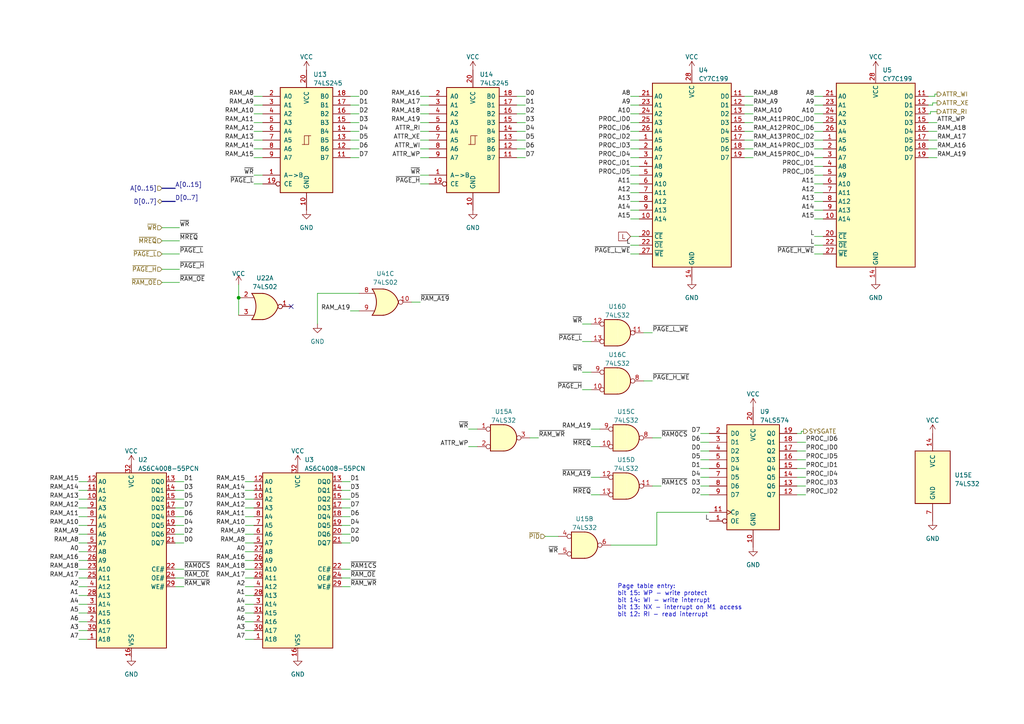
<source format=kicad_sch>
(kicad_sch (version 20230121) (generator eeschema)
  (paper "A4")
  (lib_symbols
    (symbol "74xx:74LS02" (pin_names (offset 1.016))
      (property "Reference" "U" (at 0 1.27 0))
      (property "Value" "74LS02" (at 0 -1.27 0))
      (symbol "74LS02_1_1"
        (arc (start -3.81 -3.81) (mid -2.589 0) (end -3.81 3.81) (stroke (width 0.254)))
        (arc (start -0.6096 -3.81) (mid 2.1842 -2.5851) (end 3.81 0) (stroke (width 0.254)) (fill (type background)))
        (polyline (pts (xy -3.81 -3.81) (xy -0.635 -3.81)) (stroke (width 0.254)) (fill (type background)))
        (polyline (pts (xy -3.81 3.81) (xy -0.635 3.81)) (stroke (width 0.254)) (fill (type background)))
        (polyline (pts (xy -0.635 3.81) (xy -3.81 3.81) (xy -3.81 3.81) (xy -3.556 3.4036) (xy -3.0226 2.2606) (xy -2.6924 1.0414) (xy -2.6162 -0.254) (xy -2.7686 -1.4986) (xy -3.175 -2.7178) (xy -3.81 -3.81) (xy -3.81 -3.81) (xy -0.635 -3.81)) (stroke (width -25.4)) (fill (type background)))
        (arc (start 3.81 0) (mid 2.1915 2.5936) (end -0.6096 3.81) (stroke (width 0.254)) (fill (type background)))
        (pin output inverted (at 7.62 0 180) (length 3.81) (name "~") (number "1"))
        (pin input line (at -7.62 2.54 0) (length 4.318) (name "~") (number "2"))
        (pin input line (at -7.62 -2.54 0) (length 4.318) (name "~") (number "3"))
      )
      (symbol "74LS02_1_2"
        (arc (start 0 -3.81) (mid 3.7934 0) (end 0 3.81) (stroke (width 0.254)) (fill (type background)))
        (polyline (pts (xy 0 3.81) (xy -3.81 3.81) (xy -3.81 -3.81) (xy 0 -3.81)) (stroke (width 0.254)) (fill (type background)))
        (pin output line (at 7.62 0 180) (length 3.81) (name "~") (number "1"))
        (pin input inverted (at -7.62 2.54 0) (length 3.81) (name "~") (number "2"))
        (pin input inverted (at -7.62 -2.54 0) (length 3.81) (name "~") (number "3"))
      )
      (symbol "74LS02_2_1"
        (arc (start -3.81 -3.81) (mid -2.589 0) (end -3.81 3.81) (stroke (width 0.254)))
        (arc (start -0.6096 -3.81) (mid 2.1842 -2.5851) (end 3.81 0) (stroke (width 0.254)) (fill (type background)))
        (polyline (pts (xy -3.81 -3.81) (xy -0.635 -3.81)) (stroke (width 0.254)) (fill (type background)))
        (polyline (pts (xy -3.81 3.81) (xy -0.635 3.81)) (stroke (width 0.254)) (fill (type background)))
        (polyline (pts (xy -0.635 3.81) (xy -3.81 3.81) (xy -3.81 3.81) (xy -3.556 3.4036) (xy -3.0226 2.2606) (xy -2.6924 1.0414) (xy -2.6162 -0.254) (xy -2.7686 -1.4986) (xy -3.175 -2.7178) (xy -3.81 -3.81) (xy -3.81 -3.81) (xy -0.635 -3.81)) (stroke (width -25.4)) (fill (type background)))
        (arc (start 3.81 0) (mid 2.1915 2.5936) (end -0.6096 3.81) (stroke (width 0.254)) (fill (type background)))
        (pin output inverted (at 7.62 0 180) (length 3.81) (name "~") (number "4"))
        (pin input line (at -7.62 2.54 0) (length 4.318) (name "~") (number "5"))
        (pin input line (at -7.62 -2.54 0) (length 4.318) (name "~") (number "6"))
      )
      (symbol "74LS02_2_2"
        (arc (start 0 -3.81) (mid 3.7934 0) (end 0 3.81) (stroke (width 0.254)) (fill (type background)))
        (polyline (pts (xy 0 3.81) (xy -3.81 3.81) (xy -3.81 -3.81) (xy 0 -3.81)) (stroke (width 0.254)) (fill (type background)))
        (pin output line (at 7.62 0 180) (length 3.81) (name "~") (number "4"))
        (pin input inverted (at -7.62 2.54 0) (length 3.81) (name "~") (number "5"))
        (pin input inverted (at -7.62 -2.54 0) (length 3.81) (name "~") (number "6"))
      )
      (symbol "74LS02_3_1"
        (arc (start -3.81 -3.81) (mid -2.589 0) (end -3.81 3.81) (stroke (width 0.254)))
        (arc (start -0.6096 -3.81) (mid 2.1842 -2.5851) (end 3.81 0) (stroke (width 0.254)) (fill (type background)))
        (polyline (pts (xy -3.81 -3.81) (xy -0.635 -3.81)) (stroke (width 0.254)) (fill (type background)))
        (polyline (pts (xy -3.81 3.81) (xy -0.635 3.81)) (stroke (width 0.254)) (fill (type background)))
        (polyline (pts (xy -0.635 3.81) (xy -3.81 3.81) (xy -3.81 3.81) (xy -3.556 3.4036) (xy -3.0226 2.2606) (xy -2.6924 1.0414) (xy -2.6162 -0.254) (xy -2.7686 -1.4986) (xy -3.175 -2.7178) (xy -3.81 -3.81) (xy -3.81 -3.81) (xy -0.635 -3.81)) (stroke (width -25.4)) (fill (type background)))
        (arc (start 3.81 0) (mid 2.1915 2.5936) (end -0.6096 3.81) (stroke (width 0.254)) (fill (type background)))
        (pin output inverted (at 7.62 0 180) (length 3.81) (name "~") (number "10"))
        (pin input line (at -7.62 2.54 0) (length 4.318) (name "~") (number "8"))
        (pin input line (at -7.62 -2.54 0) (length 4.318) (name "~") (number "9"))
      )
      (symbol "74LS02_3_2"
        (arc (start 0 -3.81) (mid 3.7934 0) (end 0 3.81) (stroke (width 0.254)) (fill (type background)))
        (polyline (pts (xy 0 3.81) (xy -3.81 3.81) (xy -3.81 -3.81) (xy 0 -3.81)) (stroke (width 0.254)) (fill (type background)))
        (pin output line (at 7.62 0 180) (length 3.81) (name "~") (number "10"))
        (pin input inverted (at -7.62 2.54 0) (length 3.81) (name "~") (number "8"))
        (pin input inverted (at -7.62 -2.54 0) (length 3.81) (name "~") (number "9"))
      )
      (symbol "74LS02_4_1"
        (arc (start -3.81 -3.81) (mid -2.589 0) (end -3.81 3.81) (stroke (width 0.254)))
        (arc (start -0.6096 -3.81) (mid 2.1842 -2.5851) (end 3.81 0) (stroke (width 0.254)) (fill (type background)))
        (polyline (pts (xy -3.81 -3.81) (xy -0.635 -3.81)) (stroke (width 0.254)) (fill (type background)))
        (polyline (pts (xy -3.81 3.81) (xy -0.635 3.81)) (stroke (width 0.254)) (fill (type background)))
        (polyline (pts (xy -0.635 3.81) (xy -3.81 3.81) (xy -3.81 3.81) (xy -3.556 3.4036) (xy -3.0226 2.2606) (xy -2.6924 1.0414) (xy -2.6162 -0.254) (xy -2.7686 -1.4986) (xy -3.175 -2.7178) (xy -3.81 -3.81) (xy -3.81 -3.81) (xy -0.635 -3.81)) (stroke (width -25.4)) (fill (type background)))
        (arc (start 3.81 0) (mid 2.1915 2.5936) (end -0.6096 3.81) (stroke (width 0.254)) (fill (type background)))
        (pin input line (at -7.62 2.54 0) (length 4.318) (name "~") (number "11"))
        (pin input line (at -7.62 -2.54 0) (length 4.318) (name "~") (number "12"))
        (pin output inverted (at 7.62 0 180) (length 3.81) (name "~") (number "13"))
      )
      (symbol "74LS02_4_2"
        (arc (start 0 -3.81) (mid 3.7934 0) (end 0 3.81) (stroke (width 0.254)) (fill (type background)))
        (polyline (pts (xy 0 3.81) (xy -3.81 3.81) (xy -3.81 -3.81) (xy 0 -3.81)) (stroke (width 0.254)) (fill (type background)))
        (pin input inverted (at -7.62 2.54 0) (length 3.81) (name "~") (number "11"))
        (pin input inverted (at -7.62 -2.54 0) (length 3.81) (name "~") (number "12"))
        (pin output line (at 7.62 0 180) (length 3.81) (name "~") (number "13"))
      )
      (symbol "74LS02_5_0"
        (pin power_in line (at 0 12.7 270) (length 5.08) (name "VCC") (number "14"))
        (pin power_in line (at 0 -12.7 90) (length 5.08) (name "GND") (number "7"))
      )
      (symbol "74LS02_5_1"
        (rectangle (start -5.08 7.62) (end 5.08 -7.62) (stroke (width 0.254)) (fill (type background)))
      )
    )
    (symbol "74xx:74LS245" (pin_names (offset 1.016))
      (property "Reference" "U" (at -7.62 16.51 0))
      (property "Value" "74LS245" (at -7.62 -16.51 0))
      (symbol "74LS245_1_0"
        (polyline (pts (xy -0.635 -1.27) (xy -0.635 1.27) (xy 0.635 1.27)))
        (polyline (pts (xy -1.27 -1.27) (xy 0.635 -1.27) (xy 0.635 1.27) (xy 1.27 1.27)))
        (pin input line (at -12.7 -10.16 0) (length 5.08) (name "A->B") (number "1"))
        (pin power_in line (at 0 -20.32 90) (length 5.08) (name "GND") (number "10"))
        (pin tri_state line (at 12.7 -5.08 180) (length 5.08) (name "B7") (number "11"))
        (pin tri_state line (at 12.7 -2.54 180) (length 5.08) (name "B6") (number "12"))
        (pin tri_state line (at 12.7 0 180) (length 5.08) (name "B5") (number "13"))
        (pin tri_state line (at 12.7 2.54 180) (length 5.08) (name "B4") (number "14"))
        (pin tri_state line (at 12.7 5.08 180) (length 5.08) (name "B3") (number "15"))
        (pin tri_state line (at 12.7 7.62 180) (length 5.08) (name "B2") (number "16"))
        (pin tri_state line (at 12.7 10.16 180) (length 5.08) (name "B1") (number "17"))
        (pin tri_state line (at 12.7 12.7 180) (length 5.08) (name "B0") (number "18"))
        (pin input inverted (at -12.7 -12.7 0) (length 5.08) (name "CE") (number "19"))
        (pin tri_state line (at -12.7 12.7 0) (length 5.08) (name "A0") (number "2"))
        (pin power_in line (at 0 20.32 270) (length 5.08) (name "VCC") (number "20"))
        (pin tri_state line (at -12.7 10.16 0) (length 5.08) (name "A1") (number "3"))
        (pin tri_state line (at -12.7 7.62 0) (length 5.08) (name "A2") (number "4"))
        (pin tri_state line (at -12.7 5.08 0) (length 5.08) (name "A3") (number "5"))
        (pin tri_state line (at -12.7 2.54 0) (length 5.08) (name "A4") (number "6"))
        (pin tri_state line (at -12.7 0 0) (length 5.08) (name "A5") (number "7"))
        (pin tri_state line (at -12.7 -2.54 0) (length 5.08) (name "A6") (number "8"))
        (pin tri_state line (at -12.7 -5.08 0) (length 5.08) (name "A7") (number "9"))
      )
      (symbol "74LS245_1_1"
        (rectangle (start -7.62 15.24) (end 7.62 -15.24) (stroke (width 0.254)) (fill (type background)))
      )
    )
    (symbol "74xx:74LS32" (pin_names (offset 1.016))
      (property "Reference" "U" (at 0 1.27 0))
      (property "Value" "74LS32" (at 0 -1.27 0))
      (symbol "74LS32_1_1"
        (arc (start -3.81 -3.81) (mid -2.589 0) (end -3.81 3.81) (stroke (width 0.254)))
        (arc (start -0.6096 -3.81) (mid 2.1842 -2.5851) (end 3.81 0) (stroke (width 0.254)) (fill (type background)))
        (polyline (pts (xy -3.81 -3.81) (xy -0.635 -3.81)) (stroke (width 0.254)) (fill (type background)))
        (polyline (pts (xy -3.81 3.81) (xy -0.635 3.81)) (stroke (width 0.254)) (fill (type background)))
        (polyline (pts (xy -0.635 3.81) (xy -3.81 3.81) (xy -3.81 3.81) (xy -3.556 3.4036) (xy -3.0226 2.2606) (xy -2.6924 1.0414) (xy -2.6162 -0.254) (xy -2.7686 -1.4986) (xy -3.175 -2.7178) (xy -3.81 -3.81) (xy -3.81 -3.81) (xy -0.635 -3.81)) (stroke (width -25.4)) (fill (type background)))
        (arc (start 3.81 0) (mid 2.1915 2.5936) (end -0.6096 3.81) (stroke (width 0.254)) (fill (type background)))
        (pin input line (at -7.62 2.54 0) (length 4.318) (name "~") (number "1"))
        (pin input line (at -7.62 -2.54 0) (length 4.318) (name "~") (number "2"))
        (pin output line (at 7.62 0 180) (length 3.81) (name "~") (number "3"))
      )
      (symbol "74LS32_1_2"
        (arc (start 0 -3.81) (mid 3.7934 0) (end 0 3.81) (stroke (width 0.254)) (fill (type background)))
        (polyline (pts (xy 0 3.81) (xy -3.81 3.81) (xy -3.81 -3.81) (xy 0 -3.81)) (stroke (width 0.254)) (fill (type background)))
        (pin input inverted (at -7.62 2.54 0) (length 3.81) (name "~") (number "1"))
        (pin input inverted (at -7.62 -2.54 0) (length 3.81) (name "~") (number "2"))
        (pin output inverted (at 7.62 0 180) (length 3.81) (name "~") (number "3"))
      )
      (symbol "74LS32_2_1"
        (arc (start -3.81 -3.81) (mid -2.589 0) (end -3.81 3.81) (stroke (width 0.254)))
        (arc (start -0.6096 -3.81) (mid 2.1842 -2.5851) (end 3.81 0) (stroke (width 0.254)) (fill (type background)))
        (polyline (pts (xy -3.81 -3.81) (xy -0.635 -3.81)) (stroke (width 0.254)) (fill (type background)))
        (polyline (pts (xy -3.81 3.81) (xy -0.635 3.81)) (stroke (width 0.254)) (fill (type background)))
        (polyline (pts (xy -0.635 3.81) (xy -3.81 3.81) (xy -3.81 3.81) (xy -3.556 3.4036) (xy -3.0226 2.2606) (xy -2.6924 1.0414) (xy -2.6162 -0.254) (xy -2.7686 -1.4986) (xy -3.175 -2.7178) (xy -3.81 -3.81) (xy -3.81 -3.81) (xy -0.635 -3.81)) (stroke (width -25.4)) (fill (type background)))
        (arc (start 3.81 0) (mid 2.1915 2.5936) (end -0.6096 3.81) (stroke (width 0.254)) (fill (type background)))
        (pin input line (at -7.62 2.54 0) (length 4.318) (name "~") (number "4"))
        (pin input line (at -7.62 -2.54 0) (length 4.318) (name "~") (number "5"))
        (pin output line (at 7.62 0 180) (length 3.81) (name "~") (number "6"))
      )
      (symbol "74LS32_2_2"
        (arc (start 0 -3.81) (mid 3.7934 0) (end 0 3.81) (stroke (width 0.254)) (fill (type background)))
        (polyline (pts (xy 0 3.81) (xy -3.81 3.81) (xy -3.81 -3.81) (xy 0 -3.81)) (stroke (width 0.254)) (fill (type background)))
        (pin input inverted (at -7.62 2.54 0) (length 3.81) (name "~") (number "4"))
        (pin input inverted (at -7.62 -2.54 0) (length 3.81) (name "~") (number "5"))
        (pin output inverted (at 7.62 0 180) (length 3.81) (name "~") (number "6"))
      )
      (symbol "74LS32_3_1"
        (arc (start -3.81 -3.81) (mid -2.589 0) (end -3.81 3.81) (stroke (width 0.254)))
        (arc (start -0.6096 -3.81) (mid 2.1842 -2.5851) (end 3.81 0) (stroke (width 0.254)) (fill (type background)))
        (polyline (pts (xy -3.81 -3.81) (xy -0.635 -3.81)) (stroke (width 0.254)) (fill (type background)))
        (polyline (pts (xy -3.81 3.81) (xy -0.635 3.81)) (stroke (width 0.254)) (fill (type background)))
        (polyline (pts (xy -0.635 3.81) (xy -3.81 3.81) (xy -3.81 3.81) (xy -3.556 3.4036) (xy -3.0226 2.2606) (xy -2.6924 1.0414) (xy -2.6162 -0.254) (xy -2.7686 -1.4986) (xy -3.175 -2.7178) (xy -3.81 -3.81) (xy -3.81 -3.81) (xy -0.635 -3.81)) (stroke (width -25.4)) (fill (type background)))
        (arc (start 3.81 0) (mid 2.1915 2.5936) (end -0.6096 3.81) (stroke (width 0.254)) (fill (type background)))
        (pin input line (at -7.62 -2.54 0) (length 4.318) (name "~") (number "10"))
        (pin output line (at 7.62 0 180) (length 3.81) (name "~") (number "8"))
        (pin input line (at -7.62 2.54 0) (length 4.318) (name "~") (number "9"))
      )
      (symbol "74LS32_3_2"
        (arc (start 0 -3.81) (mid 3.7934 0) (end 0 3.81) (stroke (width 0.254)) (fill (type background)))
        (polyline (pts (xy 0 3.81) (xy -3.81 3.81) (xy -3.81 -3.81) (xy 0 -3.81)) (stroke (width 0.254)) (fill (type background)))
        (pin input inverted (at -7.62 -2.54 0) (length 3.81) (name "~") (number "10"))
        (pin output inverted (at 7.62 0 180) (length 3.81) (name "~") (number "8"))
        (pin input inverted (at -7.62 2.54 0) (length 3.81) (name "~") (number "9"))
      )
      (symbol "74LS32_4_1"
        (arc (start -3.81 -3.81) (mid -2.589 0) (end -3.81 3.81) (stroke (width 0.254)))
        (arc (start -0.6096 -3.81) (mid 2.1842 -2.5851) (end 3.81 0) (stroke (width 0.254)) (fill (type background)))
        (polyline (pts (xy -3.81 -3.81) (xy -0.635 -3.81)) (stroke (width 0.254)) (fill (type background)))
        (polyline (pts (xy -3.81 3.81) (xy -0.635 3.81)) (stroke (width 0.254)) (fill (type background)))
        (polyline (pts (xy -0.635 3.81) (xy -3.81 3.81) (xy -3.81 3.81) (xy -3.556 3.4036) (xy -3.0226 2.2606) (xy -2.6924 1.0414) (xy -2.6162 -0.254) (xy -2.7686 -1.4986) (xy -3.175 -2.7178) (xy -3.81 -3.81) (xy -3.81 -3.81) (xy -0.635 -3.81)) (stroke (width -25.4)) (fill (type background)))
        (arc (start 3.81 0) (mid 2.1915 2.5936) (end -0.6096 3.81) (stroke (width 0.254)) (fill (type background)))
        (pin output line (at 7.62 0 180) (length 3.81) (name "~") (number "11"))
        (pin input line (at -7.62 2.54 0) (length 4.318) (name "~") (number "12"))
        (pin input line (at -7.62 -2.54 0) (length 4.318) (name "~") (number "13"))
      )
      (symbol "74LS32_4_2"
        (arc (start 0 -3.81) (mid 3.7934 0) (end 0 3.81) (stroke (width 0.254)) (fill (type background)))
        (polyline (pts (xy 0 3.81) (xy -3.81 3.81) (xy -3.81 -3.81) (xy 0 -3.81)) (stroke (width 0.254)) (fill (type background)))
        (pin output inverted (at 7.62 0 180) (length 3.81) (name "~") (number "11"))
        (pin input inverted (at -7.62 2.54 0) (length 3.81) (name "~") (number "12"))
        (pin input inverted (at -7.62 -2.54 0) (length 3.81) (name "~") (number "13"))
      )
      (symbol "74LS32_5_0"
        (pin power_in line (at 0 12.7 270) (length 5.08) (name "VCC") (number "14"))
        (pin power_in line (at 0 -12.7 90) (length 5.08) (name "GND") (number "7"))
      )
      (symbol "74LS32_5_1"
        (rectangle (start -5.08 7.62) (end 5.08 -7.62) (stroke (width 0.254)) (fill (type background)))
      )
    )
    (symbol "74xx:74LS574" (pin_names (offset 1.016))
      (property "Reference" "U" (at -7.62 16.51 0))
      (property "Value" "74LS574" (at -7.62 -16.51 0))
      (symbol "74LS574_1_0"
        (pin input inverted (at -12.7 -12.7 0) (length 5.08) (name "OE") (number "1"))
        (pin power_in line (at 0 -20.32 90) (length 5.08) (name "GND") (number "10"))
        (pin input clock (at -12.7 -10.16 0) (length 5.08) (name "Cp") (number "11"))
        (pin tri_state line (at 12.7 -5.08 180) (length 5.08) (name "Q7") (number "12"))
        (pin tri_state line (at 12.7 -2.54 180) (length 5.08) (name "Q6") (number "13"))
        (pin tri_state line (at 12.7 0 180) (length 5.08) (name "Q5") (number "14"))
        (pin tri_state line (at 12.7 2.54 180) (length 5.08) (name "Q4") (number "15"))
        (pin tri_state line (at 12.7 5.08 180) (length 5.08) (name "Q3") (number "16"))
        (pin tri_state line (at 12.7 7.62 180) (length 5.08) (name "Q2") (number "17"))
        (pin tri_state line (at 12.7 10.16 180) (length 5.08) (name "Q1") (number "18"))
        (pin tri_state line (at 12.7 12.7 180) (length 5.08) (name "Q0") (number "19"))
        (pin input line (at -12.7 12.7 0) (length 5.08) (name "D0") (number "2"))
        (pin power_in line (at 0 20.32 270) (length 5.08) (name "VCC") (number "20"))
        (pin input line (at -12.7 10.16 0) (length 5.08) (name "D1") (number "3"))
        (pin input line (at -12.7 7.62 0) (length 5.08) (name "D2") (number "4"))
        (pin input line (at -12.7 5.08 0) (length 5.08) (name "D3") (number "5"))
        (pin input line (at -12.7 2.54 0) (length 5.08) (name "D4") (number "6"))
        (pin input line (at -12.7 0 0) (length 5.08) (name "D5") (number "7"))
        (pin input line (at -12.7 -2.54 0) (length 5.08) (name "D6") (number "8"))
        (pin input line (at -12.7 -5.08 0) (length 5.08) (name "D7") (number "9"))
      )
      (symbol "74LS574_1_1"
        (rectangle (start -7.62 15.24) (end 7.62 -15.24) (stroke (width 0.254)) (fill (type background)))
      )
    )
    (symbol "Memory_RAM:AS6C4008-55PCN"
      (property "Reference" "U" (at -10.16 26.035 0))
      (property "Value" "AS6C4008-55PCN" (at 2.54 26.035 0))
      (symbol "AS6C4008-55PCN_0_0"
        (pin power_in line (at 0 -27.94 90) (length 2.54) (name "VSS") (number "16"))
        (pin power_in line (at 0 27.94 270) (length 2.54) (name "VCC") (number "32"))
      )
      (symbol "AS6C4008-55PCN_0_1"
        (rectangle (start -10.16 25.4) (end 10.16 -25.4) (stroke (width 0.254)) (fill (type background)))
      )
      (symbol "AS6C4008-55PCN_1_1"
        (pin input line (at -12.7 -22.86 0) (length 2.54) (name "A18") (number "1"))
        (pin input line (at -12.7 17.78 0) (length 2.54) (name "A2") (number "10"))
        (pin input line (at -12.7 20.32 0) (length 2.54) (name "A1") (number "11"))
        (pin input line (at -12.7 22.86 0) (length 2.54) (name "A0") (number "12"))
        (pin tri_state line (at 12.7 22.86 180) (length 2.54) (name "DQ0") (number "13"))
        (pin tri_state line (at 12.7 20.32 180) (length 2.54) (name "DQ1") (number "14"))
        (pin tri_state line (at 12.7 17.78 180) (length 2.54) (name "DQ2") (number "15"))
        (pin tri_state line (at 12.7 15.24 180) (length 2.54) (name "DQ3") (number "17"))
        (pin tri_state line (at 12.7 12.7 180) (length 2.54) (name "DQ4") (number "18"))
        (pin tri_state line (at 12.7 10.16 180) (length 2.54) (name "DQ5") (number "19"))
        (pin input line (at -12.7 -17.78 0) (length 2.54) (name "A16") (number "2"))
        (pin tri_state line (at 12.7 7.62 180) (length 2.54) (name "DQ6") (number "20"))
        (pin tri_state line (at 12.7 5.08 180) (length 2.54) (name "DQ7") (number "21"))
        (pin input line (at 12.7 -2.54 180) (length 2.54) (name "CE#") (number "22"))
        (pin input line (at -12.7 -2.54 0) (length 2.54) (name "A10") (number "23"))
        (pin input line (at 12.7 -5.08 180) (length 2.54) (name "OE#") (number "24"))
        (pin input line (at -12.7 -5.08 0) (length 2.54) (name "A11") (number "25"))
        (pin input line (at -12.7 0 0) (length 2.54) (name "A9") (number "26"))
        (pin input line (at -12.7 2.54 0) (length 2.54) (name "A8") (number "27"))
        (pin input line (at -12.7 -10.16 0) (length 2.54) (name "A13") (number "28"))
        (pin input line (at 12.7 -7.62 180) (length 2.54) (name "WE#") (number "29"))
        (pin input line (at -12.7 -12.7 0) (length 2.54) (name "A14") (number "3"))
        (pin input line (at -12.7 -20.32 0) (length 2.54) (name "A17") (number "30"))
        (pin input line (at -12.7 -15.24 0) (length 2.54) (name "A15") (number "31"))
        (pin input line (at -12.7 -7.62 0) (length 2.54) (name "A12") (number "4"))
        (pin input line (at -12.7 5.08 0) (length 2.54) (name "A7") (number "5"))
        (pin input line (at -12.7 7.62 0) (length 2.54) (name "A6") (number "6"))
        (pin input line (at -12.7 10.16 0) (length 2.54) (name "A5") (number "7"))
        (pin input line (at -12.7 12.7 0) (length 2.54) (name "A4") (number "8"))
        (pin input line (at -12.7 15.24 0) (length 2.54) (name "A3") (number "9"))
      )
    )
    (symbol "Memory_RAM:CY7C199"
      (property "Reference" "U" (at -11.43 27.94 0))
      (property "Value" "CY7C199" (at 3.81 27.94 0))
      (symbol "CY7C199_0_0"
        (pin power_in line (at 0 -30.48 90) (length 3.81) (name "GND") (number "14"))
        (pin power_in line (at 0 30.48 270) (length 3.81) (name "VCC") (number "28"))
      )
      (symbol "CY7C199_0_1"
        (rectangle (start -11.43 26.67) (end 11.43 -26.67) (stroke (width 0.254)) (fill (type background)))
      )
      (symbol "CY7C199_1_1"
        (pin input line (at -15.24 10.16 0) (length 3.81) (name "A5") (number "1"))
        (pin input line (at -15.24 -12.7 0) (length 3.81) (name "A14") (number "10"))
        (pin tri_state line (at 15.24 22.86 180) (length 3.81) (name "D0") (number "11"))
        (pin tri_state line (at 15.24 20.32 180) (length 3.81) (name "D1") (number "12"))
        (pin tri_state line (at 15.24 17.78 180) (length 3.81) (name "D2") (number "13"))
        (pin tri_state line (at 15.24 15.24 180) (length 3.81) (name "D3") (number "15"))
        (pin tri_state line (at 15.24 12.7 180) (length 3.81) (name "D4") (number "16"))
        (pin tri_state line (at 15.24 10.16 180) (length 3.81) (name "D5") (number "17"))
        (pin tri_state line (at 15.24 7.62 180) (length 3.81) (name "D6") (number "18"))
        (pin tri_state line (at 15.24 5.08 180) (length 3.81) (name "D7") (number "19"))
        (pin input line (at -15.24 7.62 0) (length 3.81) (name "A6") (number "2"))
        (pin input line (at -15.24 -17.78 0) (length 3.81) (name "~{CE}") (number "20"))
        (pin input line (at -15.24 22.86 0) (length 3.81) (name "A0") (number "21"))
        (pin input line (at -15.24 -20.32 0) (length 3.81) (name "~{OE}") (number "22"))
        (pin input line (at -15.24 20.32 0) (length 3.81) (name "A1") (number "23"))
        (pin input line (at -15.24 17.78 0) (length 3.81) (name "A2") (number "24"))
        (pin input line (at -15.24 15.24 0) (length 3.81) (name "A3") (number "25"))
        (pin input line (at -15.24 12.7 0) (length 3.81) (name "A4") (number "26"))
        (pin input line (at -15.24 -22.86 0) (length 3.81) (name "~{WE}") (number "27"))
        (pin input line (at -15.24 5.08 0) (length 3.81) (name "A7") (number "3"))
        (pin input line (at -15.24 2.54 0) (length 3.81) (name "A8") (number "4"))
        (pin input line (at -15.24 0 0) (length 3.81) (name "A9") (number "5"))
        (pin input line (at -15.24 -2.54 0) (length 3.81) (name "A10") (number "6"))
        (pin input line (at -15.24 -5.08 0) (length 3.81) (name "A11") (number "7"))
        (pin input line (at -15.24 -7.62 0) (length 3.81) (name "A12") (number "8"))
        (pin input line (at -15.24 -10.16 0) (length 3.81) (name "A13") (number "9"))
      )
    )
    (symbol "power:GND" (power) (pin_names (offset 0))
      (property "Value" "GND" (at 0 -3.81 0))
      (symbol "GND_0_1"
        (polyline (pts (xy 0 0) (xy 0 -1.27) (xy 1.27 -1.27) (xy 0 -2.54) (xy -1.27 -1.27) (xy 0 -1.27)))
      )
      (symbol "GND_1_1"
        (pin power_in line (at 0 0 270) (length 0) hide (name "GND") (number "1"))
      )
    )
    (symbol "power:VCC" (power) (pin_names (offset 0))
      (property "Value" "VCC" (at 0 3.81 0))
      (symbol "VCC_0_1"
        (polyline (pts (xy -0.762 1.27) (xy 0 2.54)))
        (polyline (pts (xy 0 0) (xy 0 2.54)))
        (polyline (pts (xy 0 2.54) (xy 0.762 1.27)))
      )
      (symbol "VCC_1_1"
        (pin power_in line (at 0 0 90) (length 0) hide (name "VCC") (number "1"))
      )
    )
  )
  (junction (at 69.215 86.36))
  (no_connect (at 84.455 88.9))
  (wire (pts (xy 269.24 35.56) (xy 271.78 35.56)))
  (wire (pts (xy 233.68 135.89) (xy 231.14 135.89)))
  (wire (pts (xy 238.76 45.72) (xy 236.22 45.72)))
  (wire (pts (xy 73.66 35.56) (xy 76.2 35.56)))
  (wire (pts (xy 124.46 43.18) (xy 121.92 43.18)))
  (wire (pts (xy 22.86 142.24) (xy 25.4 142.24)))
  (wire (pts (xy 233.68 128.27) (xy 231.14 128.27)))
  (wire (pts (xy 168.91 113.03) (xy 171.45 113.03)))
  (wire (pts (xy 50.8 142.24) (xy 53.34 142.24)))
  (wire (pts (xy 185.42 73.66) (xy 182.88 73.66)))
  (wire (pts (xy 238.76 73.66) (xy 236.22 73.66)))
  (wire (pts (xy 73.66 53.34) (xy 76.2 53.34)))
  (wire (pts (xy 233.68 140.97) (xy 231.14 140.97)))
  (wire (pts (xy 236.22 58.42) (xy 238.76 58.42)))
  (wire (pts (xy 186.69 96.52) (xy 189.23 96.52)))
  (wire (pts (xy 218.44 30.48) (xy 215.9 30.48)))
  (wire (pts (xy 271.78 40.64) (xy 269.24 40.64)))
  (wire (pts (xy 271.145 27.305) (xy 271.78 27.305)))
  (wire (pts (xy 238.76 33.02) (xy 236.22 33.02)))
  (wire (pts (xy 271.145 27.305) (xy 271.145 27.94)))
  (wire (pts (xy 99.06 154.94) (xy 101.6 154.94)))
  (wire (pts (xy 101.6 38.1) (xy 104.14 38.1)))
  (wire (pts (xy 182.88 55.88) (xy 185.42 55.88)))
  (wire (pts (xy 269.875 33.02) (xy 269.24 33.02)))
  (wire (pts (xy 22.86 175.26) (xy 25.4 175.26)))
  (wire (pts (xy 124.46 40.64) (xy 121.92 40.64)))
  (wire (pts (xy 149.86 40.64) (xy 152.4 40.64)))
  (wire (pts (xy 71.12 152.4) (xy 73.66 152.4)))
  (wire (pts (xy 189.23 127) (xy 191.77 127)))
  (wire (pts (xy 99.06 165.1) (xy 101.6 165.1)))
  (wire (pts (xy 121.92 33.02) (xy 124.46 33.02)))
  (wire (pts (xy 182.88 60.96) (xy 185.42 60.96)))
  (wire (pts (xy 22.86 139.7) (xy 25.4 139.7)))
  (wire (pts (xy 22.86 185.42) (xy 25.4 185.42)))
  (wire (pts (xy 22.86 144.78) (xy 25.4 144.78)))
  (wire (pts (xy 124.46 35.56) (xy 121.92 35.56)))
  (wire (pts (xy 182.88 50.8) (xy 185.42 50.8)))
  (wire (pts (xy 73.66 27.94) (xy 76.2 27.94)))
  (wire (pts (xy 153.67 127) (xy 156.21 127)))
  (wire (pts (xy 22.86 147.32) (xy 25.4 147.32)))
  (wire (pts (xy 71.12 180.34) (xy 73.66 180.34)))
  (wire (pts (xy 236.22 71.12) (xy 238.76 71.12)))
  (wire (pts (xy 71.12 144.78) (xy 73.66 144.78)))
  (wire (pts (xy 22.86 162.56) (xy 25.4 162.56)))
  (wire (pts (xy 135.89 129.54) (xy 138.43 129.54)))
  (wire (pts (xy 71.12 165.1) (xy 73.66 165.1)))
  (wire (pts (xy 99.06 142.24) (xy 101.6 142.24)))
  (wire (pts (xy 182.88 68.58) (xy 185.42 68.58)))
  (wire (pts (xy 168.91 99.06) (xy 171.45 99.06)))
  (wire (pts (xy 232.41 125.73) (xy 231.14 125.73)))
  (wire (pts (xy 124.46 45.72) (xy 121.92 45.72)))
  (wire (pts (xy 50.8 165.1) (xy 53.34 165.1)))
  (wire (pts (xy 182.88 58.42) (xy 185.42 58.42)))
  (wire (pts (xy 149.86 38.1) (xy 152.4 38.1)))
  (wire (pts (xy 71.12 177.8) (xy 73.66 177.8)))
  (wire (pts (xy 236.22 60.96) (xy 238.76 60.96)))
  (wire (pts (xy 269.875 32.385) (xy 269.875 33.02)))
  (wire (pts (xy 73.66 38.1) (xy 76.2 38.1)))
  (wire (pts (xy 121.92 27.94) (xy 124.46 27.94)))
  (wire (pts (xy 238.76 38.1) (xy 236.22 38.1)))
  (wire (pts (xy 233.68 138.43) (xy 231.14 138.43)))
  (wire (pts (xy 119.38 87.63) (xy 121.92 87.63)))
  (wire (pts (xy 238.76 35.56) (xy 236.22 35.56)))
  (wire (pts (xy 99.06 139.7) (xy 101.6 139.7)))
  (wire (pts (xy 269.875 32.385) (xy 271.78 32.385)))
  (wire (pts (xy 185.42 27.94) (xy 182.88 27.94)))
  (wire (pts (xy 99.06 170.18) (xy 101.6 170.18)))
  (wire (pts (xy 182.88 71.12) (xy 185.42 71.12)))
  (wire (pts (xy 22.86 157.48) (xy 25.4 157.48)))
  (wire (pts (xy 124.46 38.1) (xy 121.92 38.1)))
  (wire (pts (xy 73.66 50.8) (xy 76.2 50.8)))
  (wire (pts (xy 158.115 155.575) (xy 161.925 155.575)))
  (wire (pts (xy 46.99 66.04) (xy 52.07 66.04)))
  (wire (pts (xy 101.6 30.48) (xy 104.14 30.48)))
  (wire (pts (xy 50.8 139.7) (xy 53.34 139.7)))
  (wire (pts (xy 236.22 53.34) (xy 238.76 53.34)))
  (wire (pts (xy 218.44 40.64) (xy 215.9 40.64)))
  (wire (pts (xy 101.6 33.02) (xy 104.14 33.02)))
  (wire (pts (xy 271.78 43.18) (xy 269.24 43.18)))
  (wire (pts (xy 189.23 140.97) (xy 191.77 140.97)))
  (wire (pts (xy 71.12 139.7) (xy 73.66 139.7)))
  (wire (pts (xy 218.44 43.18) (xy 215.9 43.18)))
  (wire (pts (xy 50.8 154.94) (xy 53.34 154.94)))
  (wire (pts (xy 236.22 68.58) (xy 238.76 68.58)))
  (wire (pts (xy 185.42 30.48) (xy 182.88 30.48)))
  (wire (pts (xy 71.12 157.48) (xy 73.66 157.48)))
  (wire (pts (xy 46.99 78.105) (xy 52.07 78.105)))
  (wire (pts (xy 236.22 63.5) (xy 238.76 63.5)))
  (wire (pts (xy 73.66 40.64) (xy 76.2 40.64)))
  (wire (pts (xy 22.86 182.88) (xy 25.4 182.88)))
  (wire (pts (xy 238.76 43.18) (xy 236.22 43.18)))
  (wire (pts (xy 22.86 177.8) (xy 25.4 177.8)))
  (wire (pts (xy 171.45 124.46) (xy 173.99 124.46)))
  (wire (pts (xy 50.8 149.86) (xy 53.34 149.86)))
  (wire (pts (xy 69.215 86.36) (xy 69.215 91.44)))
  (wire (pts (xy 168.91 107.95) (xy 171.45 107.95)))
  (wire (pts (xy 218.44 35.56) (xy 215.9 35.56)))
  (wire (pts (xy 185.42 33.02) (xy 182.88 33.02)))
  (wire (pts (xy 71.12 172.72) (xy 73.66 172.72)))
  (wire (pts (xy 218.44 27.94) (xy 215.9 27.94)))
  (wire (pts (xy 149.86 33.02) (xy 152.4 33.02)))
  (wire (pts (xy 205.74 135.89) (xy 203.2 135.89)))
  (wire (pts (xy 236.22 50.8) (xy 238.76 50.8)))
  (wire (pts (xy 205.74 133.35) (xy 203.2 133.35)))
  (wire (pts (xy 73.66 45.72) (xy 76.2 45.72)))
  (wire (pts (xy 71.12 154.94) (xy 73.66 154.94)))
  (wire (pts (xy 22.86 167.64) (xy 25.4 167.64)))
  (wire (pts (xy 71.12 162.56) (xy 73.66 162.56)))
  (wire (pts (xy 99.06 149.86) (xy 101.6 149.86)))
  (wire (pts (xy 205.74 140.97) (xy 203.2 140.97)))
  (wire (pts (xy 271.145 27.94) (xy 269.24 27.94)))
  (wire (pts (xy 233.045 125.095) (xy 232.41 125.095)))
  (wire (pts (xy 71.12 167.64) (xy 73.66 167.64)))
  (wire (pts (xy 190.5 148.59) (xy 205.74 148.59)))
  (wire (pts (xy 121.92 30.48) (xy 124.46 30.48)))
  (wire (pts (xy 205.74 138.43) (xy 203.2 138.43)))
  (wire (pts (xy 205.74 125.73) (xy 203.2 125.73)))
  (wire (pts (xy 205.74 143.51) (xy 203.2 143.51)))
  (wire (pts (xy 92.075 85.09) (xy 104.14 85.09)))
  (wire (pts (xy 190.5 158.115) (xy 190.5 148.59)))
  (wire (pts (xy 46.99 69.85) (xy 52.07 69.85)))
  (wire (pts (xy 218.44 38.1) (xy 215.9 38.1)))
  (wire (pts (xy 218.44 33.02) (xy 215.9 33.02)))
  (wire (pts (xy 238.76 27.94) (xy 236.22 27.94)))
  (wire (pts (xy 73.66 33.02) (xy 76.2 33.02)))
  (wire (pts (xy 71.12 142.24) (xy 73.66 142.24)))
  (wire (pts (xy 182.88 48.26) (xy 185.42 48.26)))
  (wire (pts (xy 71.12 185.42) (xy 73.66 185.42)))
  (wire (pts (xy 185.42 45.72) (xy 182.88 45.72)))
  (wire (pts (xy 218.44 45.72) (xy 215.9 45.72)))
  (wire (pts (xy 121.92 53.34) (xy 124.46 53.34)))
  (wire (pts (xy 22.86 165.1) (xy 25.4 165.1)))
  (wire (pts (xy 99.06 147.32) (xy 101.6 147.32)))
  (wire (pts (xy 171.45 143.51) (xy 173.99 143.51)))
  (wire (pts (xy 177.165 158.115) (xy 190.5 158.115)))
  (wire (pts (xy 269.24 45.72) (xy 271.78 45.72)))
  (wire (pts (xy 73.66 30.48) (xy 76.2 30.48)))
  (wire (pts (xy 71.12 182.88) (xy 73.66 182.88)))
  (wire (pts (xy 149.86 43.18) (xy 152.4 43.18)))
  (wire (pts (xy 185.42 38.1) (xy 182.88 38.1)))
  (wire (pts (xy 270.51 29.845) (xy 271.78 29.845)))
  (wire (pts (xy 182.88 53.34) (xy 185.42 53.34)))
  (wire (pts (xy 171.45 129.54) (xy 173.99 129.54)))
  (wire (pts (xy 149.86 35.56) (xy 152.4 35.56)))
  (wire (pts (xy 101.6 35.56) (xy 104.14 35.56)))
  (wire (pts (xy 205.74 128.27) (xy 203.2 128.27)))
  (wire (pts (xy 71.12 147.32) (xy 73.66 147.32)))
  (wire (pts (xy 101.6 45.72) (xy 104.14 45.72)))
  (wire (pts (xy 101.6 27.94) (xy 104.14 27.94)))
  (wire (pts (xy 99.06 152.4) (xy 101.6 152.4)))
  (wire (pts (xy 99.06 167.64) (xy 101.6 167.64)))
  (wire (pts (xy 71.12 149.86) (xy 73.66 149.86)))
  (wire (pts (xy 233.68 130.81) (xy 231.14 130.81)))
  (wire (pts (xy 236.22 55.88) (xy 238.76 55.88)))
  (wire (pts (xy 185.42 43.18) (xy 182.88 43.18)))
  (wire (pts (xy 149.86 27.94) (xy 152.4 27.94)))
  (wire (pts (xy 232.41 125.095) (xy 232.41 125.73)))
  (wire (pts (xy 238.76 30.48) (xy 236.22 30.48)))
  (bus (pts (xy 46.99 58.42) (xy 50.8 58.42)))
  (wire (pts (xy 22.86 152.4) (xy 25.4 152.4)))
  (wire (pts (xy 271.78 38.1) (xy 269.24 38.1)))
  (wire (pts (xy 135.89 124.46) (xy 138.43 124.46)))
  (wire (pts (xy 50.8 170.18) (xy 53.34 170.18)))
  (wire (pts (xy 22.86 180.34) (xy 25.4 180.34)))
  (wire (pts (xy 71.12 170.18) (xy 73.66 170.18)))
  (wire (pts (xy 46.99 73.66) (xy 52.07 73.66)))
  (wire (pts (xy 149.86 30.48) (xy 152.4 30.48)))
  (wire (pts (xy 101.6 40.64) (xy 104.14 40.64)))
  (wire (pts (xy 236.22 48.26) (xy 238.76 48.26)))
  (wire (pts (xy 71.12 175.26) (xy 73.66 175.26)))
  (wire (pts (xy 121.92 50.8) (xy 124.46 50.8)))
  (wire (pts (xy 71.12 160.02) (xy 73.66 160.02)))
  (wire (pts (xy 22.86 160.02) (xy 25.4 160.02)))
  (wire (pts (xy 185.42 35.56) (xy 182.88 35.56)))
  (wire (pts (xy 270.51 30.48) (xy 269.24 30.48)))
  (wire (pts (xy 46.99 81.915) (xy 52.07 81.915)))
  (wire (pts (xy 233.68 133.35) (xy 231.14 133.35)))
  (wire (pts (xy 50.8 152.4) (xy 53.34 152.4)))
  (bus (pts (xy 46.99 54.61) (xy 50.8 54.61)))
  (wire (pts (xy 182.88 63.5) (xy 185.42 63.5)))
  (wire (pts (xy 186.69 110.49) (xy 189.23 110.49)))
  (wire (pts (xy 173.99 138.43) (xy 171.45 138.43)))
  (wire (pts (xy 50.8 144.78) (xy 53.34 144.78)))
  (wire (pts (xy 50.8 157.48) (xy 53.34 157.48)))
  (wire (pts (xy 22.86 154.94) (xy 25.4 154.94)))
  (wire (pts (xy 22.86 172.72) (xy 25.4 172.72)))
  (wire (pts (xy 238.76 40.64) (xy 236.22 40.64)))
  (wire (pts (xy 50.8 147.32) (xy 53.34 147.32)))
  (wire (pts (xy 22.86 149.86) (xy 25.4 149.86)))
  (wire (pts (xy 69.215 82.55) (xy 69.215 86.36)))
  (wire (pts (xy 50.8 167.64) (xy 53.34 167.64)))
  (wire (pts (xy 205.74 130.81) (xy 203.2 130.81)))
  (wire (pts (xy 99.06 157.48) (xy 101.6 157.48)))
  (wire (pts (xy 149.86 45.72) (xy 152.4 45.72)))
  (wire (pts (xy 270.51 29.845) (xy 270.51 30.48)))
  (wire (pts (xy 99.06 144.78) (xy 101.6 144.78)))
  (wire (pts (xy 231.14 143.51) (xy 233.68 143.51)))
  (wire (pts (xy 92.075 85.09) (xy 92.075 93.98)))
  (wire (pts (xy 168.91 93.98) (xy 171.45 93.98)))
  (wire (pts (xy 22.86 170.18) (xy 25.4 170.18)))
  (wire (pts (xy 73.66 43.18) (xy 76.2 43.18)))
  (wire (pts (xy 185.42 40.64) (xy 182.88 40.64)))
  (wire (pts (xy 101.6 43.18) (xy 104.14 43.18)))
  (wire (pts (xy 101.6 90.17) (xy 104.14 90.17)))
  (text "Page table entry:\nbit 15: WP - write protect\nbit 14: WI - write interrupt\nbit 13: NX - interrupt on M1 access\nbit 12: RI - read interrupt" (at 179.07 179.07 0) (effects (font (size 1.27 1.27)) (justify left bottom)))
  (label "D7" (at 101.6 147.32 0))
  (label "RAM_A17" (at 121.92 30.48 180))
  (label "A6" (at 71.12 180.34 180))
  (label "A8" (at 182.88 27.94 180))
  (label "ATTR_XE" (at 121.92 40.64 180))
  (label "A4" (at 22.86 175.26 180))
  (label "~{PAGE_L_WE}" (at 189.23 96.52 0))
  (label "D6" (at 152.4 43.18 0))
  (label "RAM_A11" (at 218.44 35.56 0))
  (label "~{RAM_WR}" (at 53.34 170.18 0))
  (label "A12" (at 182.88 55.88 180))
  (label "~{RAM_A19}" (at 121.92 87.63 0))
  (label "RAM_A11" (at 22.86 149.86 180))
  (label "D2" (at 104.14 33.02 0))
  (label "D4" (at 203.2 138.43 180))
  (label "~{WR}" (at 168.91 107.95 180))
  (label "D2" (at 203.2 143.51 180))
  (label "RAM_A14" (at 218.44 43.18 0))
  (label "D[0..7]" (at 50.8 58.42 0))
  (label "D1" (at 104.14 30.48 0))
  (label "RAM_A12" (at 218.44 38.1 0))
  (label "L" (at 205.74 151.13 180))
  (label "~{PAGE_L}" (at 52.07 73.66 0))
  (label "ATTR_RI" (at 121.92 38.1 180))
  (label "ATTR_WP" (at 121.92 45.72 180))
  (label "D6" (at 203.2 128.27 180))
  (label "D1" (at 203.2 135.89 180))
  (label "D4" (at 152.4 38.1 0))
  (label "A12" (at 236.22 55.88 180))
  (label "RAM_A8" (at 218.44 27.94 0))
  (label "ATTR_WP" (at 135.89 129.54 180))
  (label "A15" (at 236.22 63.5 180))
  (label "RAM_A11" (at 73.66 35.56 180))
  (label "PROC_ID1" (at 233.68 135.89 0))
  (label "RAM_A12" (at 22.86 147.32 180))
  (label "A3" (at 71.12 182.88 180))
  (label "A14" (at 182.88 60.96 180))
  (label "PROC_ID2" (at 182.88 40.64 180))
  (label "A3" (at 22.86 182.88 180))
  (label "L" (at 182.88 71.12 180))
  (label "RAM_A18" (at 121.92 33.02 180))
  (label "D0" (at 101.6 157.48 0))
  (label "PROC_ID4" (at 233.68 138.43 0))
  (label "D4" (at 101.6 152.4 0))
  (label "RAM_A13" (at 73.66 40.64 180))
  (label "~{WR}" (at 161.925 160.655 180))
  (label "~{RAM_A19}" (at 171.45 138.43 180))
  (label "RAM_A8" (at 71.12 157.48 180))
  (label "~{PAGE_L}" (at 73.66 53.34 180))
  (label "RAM_A18" (at 271.78 38.1 0))
  (label "D4" (at 53.34 152.4 0))
  (label "D1" (at 101.6 139.7 0))
  (label "PROC_ID5" (at 233.68 133.35 0))
  (label "~{MREQ}" (at 171.45 143.51 180))
  (label "L" (at 236.22 68.58 180))
  (label "A10" (at 182.88 33.02 180))
  (label "~{WR}" (at 121.92 50.8 180))
  (label "~{PAGE_H}" (at 121.92 53.34 180))
  (label "D3" (at 53.34 142.24 0))
  (label "D5" (at 53.34 144.78 0))
  (label "D3" (at 101.6 142.24 0))
  (label "A9" (at 236.22 30.48 180))
  (label "RAM_A10" (at 71.12 152.4 180))
  (label "A2" (at 22.86 170.18 180))
  (label "PROC_ID5" (at 236.22 50.8 180))
  (label "RAM_A19" (at 121.92 35.56 180))
  (label "PROC_ID3" (at 233.68 140.97 0))
  (label "D1" (at 152.4 30.48 0))
  (label "D6" (at 101.6 149.86 0))
  (label "RAM_A14" (at 73.66 43.18 180))
  (label "RAM_A13" (at 22.86 144.78 180))
  (label "D5" (at 104.14 40.64 0))
  (label "PROC_ID6" (at 233.68 128.27 0))
  (label "D5" (at 101.6 144.78 0))
  (label "~{RAM0CS}" (at 191.77 127 0))
  (label "D7" (at 104.14 45.72 0))
  (label "ATTR_WI" (at 121.92 43.18 180))
  (label "D3" (at 104.14 35.56 0))
  (label "A6" (at 22.86 180.34 180))
  (label "D1" (at 53.34 139.7 0))
  (label "A4" (at 71.12 175.26 180))
  (label "PROC_ID4" (at 236.22 45.72 180))
  (label "RAM_A17" (at 71.12 167.64 180))
  (label "RAM_A15" (at 22.86 139.7 180))
  (label "RAM_A9" (at 73.66 30.48 180))
  (label "RAM_A15" (at 73.66 45.72 180))
  (label "D7" (at 53.34 147.32 0))
  (label "A0" (at 22.86 160.02 180))
  (label "D5" (at 152.4 40.64 0))
  (label "~{PAGE_H_WE}" (at 236.22 73.66 180))
  (label "A7" (at 71.12 185.42 180))
  (label "~{RAM1CS}" (at 101.6 165.1 0))
  (label "~{PAGE_L_WE}" (at 182.88 73.66 180))
  (label "A0" (at 71.12 160.02 180))
  (label "RAM_A15" (at 218.44 45.72 0))
  (label "RAM_A14" (at 22.86 142.24 180))
  (label "RAM_A9" (at 22.86 154.94 180))
  (label "D7" (at 152.4 45.72 0))
  (label "RAM_A19" (at 101.6 90.17 180))
  (label "PROC_ID6" (at 236.22 38.1 180))
  (label "RAM_A8" (at 22.86 157.48 180))
  (label "RAM_A16" (at 271.78 43.18 0))
  (label "~{PAGE_H_WE}" (at 189.23 110.49 0))
  (label "A[0..15]" (at 50.8 54.61 0))
  (label "~{RAM_OE}" (at 101.6 167.64 0))
  (label "PROC_ID3" (at 236.22 43.18 180))
  (label "A1" (at 22.86 172.72 180))
  (label "D3" (at 152.4 35.56 0))
  (label "~{PAGE_H}" (at 168.91 113.03 180))
  (label "RAM_A9" (at 218.44 30.48 0))
  (label "D0" (at 203.2 130.81 180))
  (label "D7" (at 203.2 125.73 180))
  (label "~{WR}" (at 135.89 124.46 180))
  (label "RAM_A10" (at 218.44 33.02 0))
  (label "~{RAM_OE}" (at 52.07 81.915 0))
  (label "~{MREQ}" (at 171.45 129.54 180))
  (label "PROC_ID3" (at 182.88 43.18 180))
  (label "RAM_A10" (at 73.66 33.02 180))
  (label "PROC_ID1" (at 236.22 48.26 180))
  (label "PROC_ID2" (at 236.22 40.64 180))
  (label "RAM_A17" (at 22.86 167.64 180))
  (label "RAM_A8" (at 73.66 27.94 180))
  (label "RAM_A18" (at 22.86 165.1 180))
  (label "RAM_A15" (at 71.12 139.7 180))
  (label "PROC_ID6" (at 182.88 38.1 180))
  (label "A2" (at 71.12 170.18 180))
  (label "A8" (at 236.22 27.94 180))
  (label "RAM_A17" (at 271.78 40.64 0))
  (label "D0" (at 104.14 27.94 0))
  (label "D2" (at 101.6 154.94 0))
  (label "PROC_ID1" (at 182.88 48.26 180))
  (label "RAM_A11" (at 71.12 149.86 180))
  (label "PROC_ID5" (at 182.88 50.8 180))
  (label "~{WR}" (at 73.66 50.8 180))
  (label "D0" (at 152.4 27.94 0))
  (label "~{WR}" (at 168.91 93.98 180))
  (label "PROC_ID0" (at 236.22 35.56 180))
  (label "RAM_A9" (at 71.12 154.94 180))
  (label "~{RAM1CS}" (at 191.77 140.97 0))
  (label "D2" (at 53.34 154.94 0))
  (label "PROC_ID4" (at 182.88 45.72 180))
  (label "L" (at 236.22 71.12 180))
  (label "A5" (at 22.86 177.8 180))
  (label "D0" (at 53.34 157.48 0))
  (label "~{PAGE_H}" (at 52.07 78.105 0))
  (label "~{RAM_WR}" (at 101.6 170.18 0))
  (label "RAM_A18" (at 71.12 165.1 180))
  (label "RAM_A14" (at 71.12 142.24 180))
  (label "~{RAM0CS}" (at 53.34 165.1 0))
  (label "A13" (at 182.88 58.42 180))
  (label "A11" (at 236.22 53.34 180))
  (label "A14" (at 236.22 60.96 180))
  (label "PROC_ID0" (at 233.68 130.81 0))
  (label "A11" (at 182.88 53.34 180))
  (label "D4" (at 104.14 38.1 0))
  (label "A13" (at 236.22 58.42 180))
  (label "RAM_A13" (at 71.12 144.78 180))
  (label "RAM_A12" (at 71.12 147.32 180))
  (label "A7" (at 22.86 185.42 180))
  (label "RAM_A12" (at 73.66 38.1 180))
  (label "PROC_ID2" (at 233.68 143.51 0))
  (label "RAM_A16" (at 71.12 162.56 180))
  (label "~{RAM_OE}" (at 53.34 167.64 0))
  (label "A9" (at 182.88 30.48 180))
  (label "~{MREQ}" (at 52.07 69.85 0))
  (label "RAM_A19" (at 271.78 45.72 0))
  (label "A15" (at 182.88 63.5 180))
  (label "RAM_A16" (at 22.86 162.56 180))
  (label "A1" (at 71.12 172.72 180))
  (label "D6" (at 53.34 149.86 0))
  (label "RAM_A19" (at 171.45 124.46 180))
  (label "D2" (at 152.4 33.02 0))
  (label "~{PAGE_L}" (at 168.91 99.06 180))
  (label "D3" (at 203.2 140.97 180))
  (label "RAM_A13" (at 218.44 40.64 0))
  (label "~{RAM_WR}" (at 156.21 127 0))
  (label "D6" (at 104.14 43.18 0))
  (label "ATTR_WP" (at 271.78 35.56 0))
  (label "PROC_ID0" (at 182.88 35.56 180))
  (label "D5" (at 203.2 133.35 180))
  (label "RAM_A10" (at 22.86 152.4 180))
  (label "~{WR}" (at 52.07 66.04 0))
  (label "A5" (at 71.12 177.8 180))
  (label "RAM_A16" (at 121.92 27.94 180))
  (label "A10" (at 236.22 33.02 180))
  (global_label "L" (shape input) (at 182.88 68.58 180) (property "Intersheetrefs" "${INTERSHEET_REFS}" (effects hide)))
  (hierarchical_label "ATTR_WI" (shape output) (at 271.78 27.305 0))
  (hierarchical_label "~{PAGE_L}" (shape input) (at 46.99 73.66 180))
  (hierarchical_label "A[0..15]" (shape input) (at 46.99 54.61 180))
  (hierarchical_label "~{WR}" (shape input) (at 46.99 66.04 180))
  (hierarchical_label "D[0..7]" (shape tri_state) (at 46.99 58.42 180))
  (hierarchical_label "SYSGATE" (shape output) (at 233.045 125.095 0))
  (hierarchical_label "ATTR_XE" (shape output) (at 271.78 29.845 0))
  (hierarchical_label "~{MREQ}" (shape input) (at 46.99 69.85 180))
  (hierarchical_label "~{PID}" (shape input) (at 158.115 155.575 180))
  (hierarchical_label "ATTR_RI" (shape output) (at 271.78 32.385 0))
  (hierarchical_label "~{RAM_OE}" (shape input) (at 46.99 81.915 180))
  (hierarchical_label "~{PAGE_H}" (shape input) (at 46.99 78.105 180))
  (symbol (lib_id "power:VCC") (at 270.51 125.73 0) (unit 1)
    (property "Reference" "#PWR019" (effects hide))
    (property "Value" "VCC" (at 270.51 121.92 0))
  )
  (symbol (lib_id "power:VCC") (at 38.1 134.62 0) (unit 1)
    (property "Reference" "#PWR011" (effects hide))
    (property "Value" "VCC" (at 38.1 130.81 0))
  )
  (symbol (lib_id "power:VCC") (at 69.215 82.55 0) (unit 1)
    (property "Reference" "#PWR0107" (effects hide))
    (property "Value" "VCC" (at 69.215 79.375 0))
  )
  (symbol (lib_id "74xx:74LS32") (at 270.51 138.43 0) (unit 5)
    (property "Reference" "U15" (at 276.86 137.795 0) (effects (justify left)))
    (property "Value" "74LS32" (at 276.86 140.335 0) (effects (justify left)))
    (property "Footprint" "Library:DIP-14_W7.62mm_Socket_ThinPads" (effects hide))
    (property "Datasheet" "http://www.ti.com/lit/gpn/sn74LS32" (effects hide))
  )
  (symbol (lib_id "Memory_RAM:AS6C4008-55PCN") (at 38.1 162.56 0) (unit 1)
    (property "Reference" "U2" (at 40.0559 133.35 0) (effects (justify left)))
    (property "Value" "AS6C4008-55PCN" (at 40.0559 135.89 0) (effects (justify left)))
    (property "Footprint" "Library:DIP-32_W15.24mm_Socket_ThinPads" (effects hide))
    (property "Datasheet" "https://www.alliancememory.com/wp-content/uploads/pdf/AS6C4008.pdf" (effects hide))
  )
  (symbol (lib_id "power:VCC") (at 88.9 20.32 0) (unit 1)
    (property "Reference" "#PWR07" (effects hide))
    (property "Value" "VCC" (at 88.9 16.51 0))
  )
  (symbol (lib_id "power:GND") (at 137.16 60.96 0) (unit 1)
    (property "Reference" "#PWR04" (effects hide))
    (property "Value" "GND" (at 137.16 66.04 0))
  )
  (symbol (lib_id "74xx:74LS32") (at 179.07 96.52 0) (unit 4) (convert 2)
    (property "Reference" "U16" (at 179.07 88.9 0))
    (property "Value" "74LS32" (at 179.07 91.44 0))
    (property "Footprint" "Library:DIP-14_W7.62mm_Socket_ThinPads" (effects hide))
    (property "Datasheet" "http://www.ti.com/lit/gpn/sn74LS32" (effects hide))
  )
  (symbol (lib_id "Memory_RAM:CY7C199") (at 200.66 50.8 0) (unit 1)
    (property "Reference" "U4" (at 202.6159 20.32 0) (effects (justify left)))
    (property "Value" "CY7C199" (at 202.6159 22.86 0) (effects (justify left)))
    (property "Footprint" "Library:DIP-28_W7.62mm_Socket_ThinPads" (effects hide))
  )
  (symbol (lib_id "power:VCC") (at 200.66 20.32 0) (unit 1)
    (property "Reference" "#PWR02" (effects hide))
    (property "Value" "VCC" (at 200.66 16.51 0))
  )
  (symbol (lib_id "power:GND") (at 218.44 158.75 0) (unit 1)
    (property "Reference" "#PWR016" (effects hide))
    (property "Value" "GND" (at 218.44 163.83 0))
  )
  (symbol (lib_id "74xx:74LS32") (at 179.07 110.49 0) (unit 3) (convert 2)
    (property "Reference" "U16" (at 179.07 102.87 0))
    (property "Value" "74LS32" (at 179.07 105.41 0))
    (property "Footprint" "Library:DIP-14_W7.62mm_Socket_ThinPads" (effects hide))
    (property "Datasheet" "http://www.ti.com/lit/gpn/sn74LS32" (effects hide))
  )
  (symbol (lib_id "Memory_RAM:AS6C4008-55PCN") (at 86.36 162.56 0) (unit 1)
    (property "Reference" "U3" (at 88.3159 133.35 0) (effects (justify left)))
    (property "Value" "AS6C4008-55PCN" (at 88.3159 135.89 0) (effects (justify left)))
    (property "Footprint" "Library:DIP-32_W15.24mm_Socket_ThinPads" (effects hide))
    (property "Datasheet" "https://www.alliancememory.com/wp-content/uploads/pdf/AS6C4008.pdf" (effects hide))
  )
  (symbol (lib_id "power:GND") (at 92.075 93.98 0) (unit 1)
    (property "Reference" "#PWR0107" (effects hide))
    (property "Value" "GND" (at 92.075 99.06 0))
    (instances (project "HEC1" (path "" (reference "#PWR0107") (unit 1)) (path "" (reference "#PWR0134") (unit 1))))
  )
  (symbol (lib_id "power:GND") (at 318.77 148.59 0) (unit 1)
    (property "Reference" "#PWR022" (effects hide))
    (property "Value" "GND" (at 318.77 153.67 0))
  )
  (symbol (lib_id "power:VCC") (at 318.77 123.19 0) (unit 1)
    (property "Reference" "#PWR021" (effects hide))
    (property "Value" "VCC" (at 318.77 119.38 0))
  )
  (symbol (lib_id "Memory_RAM:CY7C199") (at 254 50.8 0) (unit 1)
    (property "Reference" "U5" (at 255.9559 20.32 0) (effects (justify left)))
    (property "Value" "CY7C199" (at 255.9559 22.86 0) (effects (justify left)))
    (property "Footprint" "Library:DIP-28_W7.62mm_Socket_ThinPads" (effects hide))
  )
  (symbol (lib_id "power:GND") (at 270.51 151.13 0) (unit 1)
    (property "Reference" "#PWR020" (effects hide))
    (property "Value" "GND" (at 270.51 156.21 0))
  )
  (symbol (lib_id "power:GND") (at 88.9 60.96 0) (unit 1)
    (property "Reference" "#PWR08" (effects hide))
    (property "Value" "GND" (at 88.9 66.04 0))
  )
  (symbol (lib_id "power:VCC") (at 137.16 20.32 0) (unit 1)
    (property "Reference" "#PWR01" (effects hide))
    (property "Value" "VCC" (at 137.16 16.51 0))
  )
  (symbol (lib_id "power:GND") (at 254 81.28 0) (unit 1)
    (property "Reference" "#PWR06" (effects hide))
    (property "Value" "GND" (at 254 86.36 0))
  )
  (symbol (lib_id "power:VCC") (at 218.44 118.11 0) (unit 1)
    (property "Reference" "#PWR014" (effects hide))
    (property "Value" "VCC" (at 218.44 114.3 0))
  )
  (symbol (lib_id "74xx:74LS02") (at 76.835 88.9 0) (unit 1)
    (property "Reference" "U22" (at 76.835 80.645 0))
    (property "Value" "74LS02" (at 76.835 83.185 0))
    (property "Footprint" "Library:DIP-14_W7.62mm_Socket_ThinPads" (effects hide))
    (property "Datasheet" "http://www.ti.com/lit/gpn/sn74ls02" (effects hide))
  )
  (symbol (lib_id "74xx:74LS32") (at 181.61 127 0) (unit 3) (convert 2)
    (property "Reference" "U15" (at 181.61 119.38 0))
    (property "Value" "74LS32" (at 181.61 121.92 0))
    (property "Footprint" "Library:DIP-14_W7.62mm_Socket_ThinPads" (effects hide))
    (property "Datasheet" "http://www.ti.com/lit/gpn/sn74LS32" (effects hide))
  )
  (symbol (lib_id "power:GND") (at 200.66 81.28 0) (unit 1)
    (property "Reference" "#PWR05" (effects hide))
    (property "Value" "GND" (at 200.66 86.36 0))
  )
  (symbol (lib_id "74xx:74LS32") (at 169.545 158.115 0) (unit 2) (convert 2)
    (property "Reference" "U15" (at 169.545 150.495 0))
    (property "Value" "74LS32" (at 169.545 153.035 0))
    (property "Footprint" "Library:DIP-14_W7.62mm_Socket_ThinPads" (effects hide))
    (property "Datasheet" "http://www.ti.com/lit/gpn/sn74LS32" (effects hide))
  )
  (symbol (lib_id "74xx:74LS02") (at 111.76 87.63 0) (unit 3)
    (property "Reference" "U41" (at 111.76 79.375 0))
    (property "Value" "74LS02" (at 111.76 81.915 0))
    (property "Footprint" "Library:DIP-14_W7.62mm_Socket_ThinPads" (effects hide))
    (property "Datasheet" "http://www.ti.com/lit/gpn/sn74ls02" (effects hide))
  )
  (symbol (lib_id "power:GND") (at 86.36 190.5 0) (unit 1)
    (property "Reference" "#PWR010" (effects hide))
    (property "Value" "GND" (at 86.36 195.58 0))
  )
  (symbol (lib_id "power:VCC") (at 254 20.32 0) (unit 1)
    (property "Reference" "#PWR03" (effects hide))
    (property "Value" "VCC" (at 254 16.51 0))
  )
  (symbol (lib_id "74xx:74LS245") (at 137.16 40.64 0) (unit 1)
    (property "Reference" "U14" (at 139.1159 21.59 0) (effects (justify left)))
    (property "Value" "74LS245" (at 139.1159 24.13 0) (effects (justify left)))
    (property "Footprint" "Library:DIP-20_W7.62mm_Socket_ThinPads" (effects hide))
    (property "Datasheet" "http://www.ti.com/lit/gpn/sn74LS245" (effects hide))
  )
  (symbol (lib_id "power:GND") (at 38.1 190.5 0) (unit 1)
    (property "Reference" "#PWR09" (effects hide))
    (property "Value" "GND" (at 38.1 195.58 0))
  )
  (symbol (lib_id "74xx:74LS32") (at 181.61 140.97 0) (unit 4) (convert 2)
    (property "Reference" "U15" (at 181.61 133.35 0))
    (property "Value" "74LS32" (at 181.61 135.89 0))
    (property "Footprint" "Library:DIP-14_W7.62mm_Socket_ThinPads" (effects hide))
    (property "Datasheet" "http://www.ti.com/lit/gpn/sn74LS32" (effects hide))
  )
  (symbol (lib_id "74xx:74LS245") (at 88.9 40.64 0) (unit 1)
    (property "Reference" "U13" (at 90.8559 21.59 0) (effects (justify left)))
    (property "Value" "74LS245" (at 90.8559 24.13 0) (effects (justify left)))
    (property "Footprint" "Library:DIP-20_W7.62mm_Socket_ThinPads" (effects hide))
    (property "Datasheet" "http://www.ti.com/lit/gpn/sn74LS245" (effects hide))
  )
  (symbol (lib_id "power:VCC") (at 86.36 134.62 0) (unit 1)
    (property "Reference" "#PWR012" (effects hide))
    (property "Value" "VCC" (at 86.36 130.81 0))
  )
  (symbol (lib_id "74xx:74LS574") (at 218.44 138.43 0) (unit 1)
    (property "Reference" "U9" (at 220.3959 119.38 0) (effects (justify left)))
    (property "Value" "74LS574" (at 220.3959 121.92 0) (effects (justify left)))
    (property "Footprint" "Library:DIP-20_W7.62mm_Socket_ThinPads" (effects hide))
    (property "Datasheet" "http://www.ti.com/lit/gpn/sn74LS574" (effects hide))
  )
  (symbol (lib_id "74xx:74LS32") (at 146.05 127 0) (unit 1) (convert 2)
    (property "Reference" "U15" (at 146.05 119.38 0))
    (property "Value" "74LS32" (at 146.05 121.92 0))
    (property "Footprint" "Library:DIP-14_W7.62mm_Socket_ThinPads" (effects hide))
    (property "Datasheet" "http://www.ti.com/lit/gpn/sn74LS32" (effects hide))
  )
  (symbol (lib_id "74xx:74LS32") (at 318.77 135.89 0) (unit 5)
    (property "Reference" "U16" (at 325.12 135.255 0) (effects (justify left)))
    (property "Value" "74LS32" (at 325.12 137.795 0) (effects (justify left)))
    (property "Footprint" "Library:DIP-14_W7.62mm_Socket_ThinPads" (effects hide))
    (property "Datasheet" "http://www.ti.com/lit/gpn/sn74LS32" (effects hide))
  )
)
</source>
